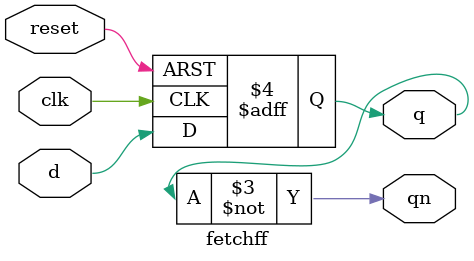
<source format=v>
module fetchff (q,qn,clk,d, reset);
input  clk,d, reset ;
output q,qn;
reg q;
always @(posedge clk or negedge reset)            //asynchronous reset
 begin
    if (~reset) begin
     q <= 1'b0;
    end
 else    begin
        q <= d;
   end
end
assign  qn=~q;
endmodule



</source>
